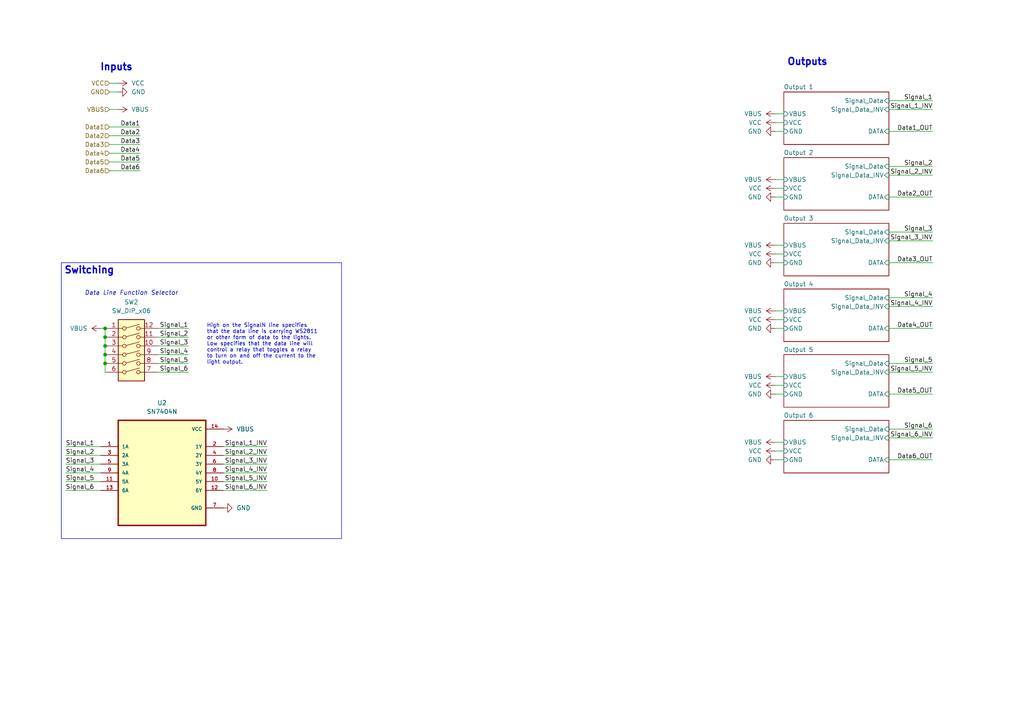
<source format=kicad_sch>
(kicad_sch (version 20231120) (generator "eeschema") (generator_version "8.0")
  (paper "A4")
  (lib_symbols
    (symbol "MySymbolsLibrary:SN7404N" (pin_names (offset 1.016))
      (property "Reference" "U" (at -12.7 16.24 0))
      (property "Value" "SN7404N" (at -12.7 -19.24 0))
      (symbol "SN7404N_0_0"
        (rectangle (start -12.7 15.24) (end 12.7 -15.24) (stroke (width 0.41)) (fill (type background)))
        (pin input line (at -17.78 7.62 0) (length 5.08) (name "1A") (number "1"))
        (pin output line (at 17.78 -2.54 180) (length 5.08) (name "5Y") (number "10"))
        (pin input line (at -17.78 -2.54 0) (length 5.08) (name "5A") (number "11"))
        (pin output line (at 17.78 -5.08 180) (length 5.08) (name "6Y") (number "12"))
        (pin input line (at -17.78 -5.08 0) (length 5.08) (name "6A") (number "13"))
        (pin power_in line (at 17.78 12.7 180) (length 5.08) (name "VCC") (number "14"))
        (pin output line (at 17.78 7.62 180) (length 5.08) (name "1Y") (number "2"))
        (pin input line (at -17.78 5.08 0) (length 5.08) (name "2A") (number "3"))
        (pin output line (at 17.78 5.08 180) (length 5.08) (name "2Y") (number "4"))
        (pin input line (at -17.78 2.54 0) (length 5.08) (name "3A") (number "5"))
        (pin output line (at 17.78 2.54 180) (length 5.08) (name "3Y") (number "6"))
        (pin power_in line (at 17.78 -10.16 180) (length 5.08) (name "GND") (number "7"))
        (pin output line (at 17.78 0 180) (length 5.08) (name "4Y") (number "8"))
        (pin input line (at -17.78 0 0) (length 5.08) (name "4A") (number "9"))
      )
    )
    (symbol "Switch:SW_DIP_x06" (pin_names (offset 0) hide)
      (property "Reference" "SW" (at 0 11.43 0))
      (property "Value" "SW_DIP_x06" (at 0 -8.89 0))
      (symbol "SW_DIP_x06_0_0"
        (circle (center -2.032 -5.08) (radius 0.508))
        (circle (center -2.032 -2.54) (radius 0.508))
        (circle (center -2.032 0) (radius 0.508))
        (circle (center -2.032 2.54) (radius 0.508))
        (circle (center -2.032 5.08) (radius 0.508))
        (circle (center -2.032 7.62) (radius 0.508))
        (polyline (pts (xy -1.524 -4.9276) (xy 2.3622 -3.8862)))
        (polyline (pts (xy -1.524 -2.3876) (xy 2.3622 -1.3462)))
        (polyline (pts (xy -1.524 0.127) (xy 2.3622 1.1684)))
        (polyline (pts (xy -1.524 2.667) (xy 2.3622 3.7084)))
        (polyline (pts (xy -1.524 5.207) (xy 2.3622 6.2484)))
        (polyline (pts (xy -1.524 7.747) (xy 2.3622 8.7884)))
        (circle (center 2.032 -5.08) (radius 0.508))
        (circle (center 2.032 -2.54) (radius 0.508))
        (circle (center 2.032 0) (radius 0.508))
        (circle (center 2.032 2.54) (radius 0.508))
        (circle (center 2.032 5.08) (radius 0.508))
        (circle (center 2.032 7.62) (radius 0.508))
      )
      (symbol "SW_DIP_x06_0_1"
        (rectangle (start -3.81 10.16) (end 3.81 -7.62) (stroke (width 0.254)) (fill (type background)))
      )
      (symbol "SW_DIP_x06_1_1"
        (pin passive line (at -7.62 7.62 0) (length 5.08) (name "~") (number "1"))
        (pin passive line (at 7.62 2.54 180) (length 5.08) (name "~") (number "10"))
        (pin passive line (at 7.62 5.08 180) (length 5.08) (name "~") (number "11"))
        (pin passive line (at 7.62 7.62 180) (length 5.08) (name "~") (number "12"))
        (pin passive line (at -7.62 5.08 0) (length 5.08) (name "~") (number "2"))
        (pin passive line (at -7.62 2.54 0) (length 5.08) (name "~") (number "3"))
        (pin passive line (at -7.62 0 0) (length 5.08) (name "~") (number "4"))
        (pin passive line (at -7.62 -2.54 0) (length 5.08) (name "~") (number "5"))
        (pin passive line (at -7.62 -5.08 0) (length 5.08) (name "~") (number "6"))
        (pin passive line (at 7.62 -5.08 180) (length 5.08) (name "~") (number "7"))
        (pin passive line (at 7.62 -2.54 180) (length 5.08) (name "~") (number "8"))
        (pin passive line (at 7.62 0 180) (length 5.08) (name "~") (number "9"))
      )
    )
    (symbol "power:GND" (power) (pin_numbers hide) (pin_names (offset 0) hide)
      (property "Value" "GND" (at 0 -3.81 0))
      (symbol "GND_0_1"
        (polyline (pts (xy 0 0) (xy 0 -1.27) (xy 1.27 -1.27) (xy 0 -2.54) (xy -1.27 -1.27) (xy 0 -1.27)))
      )
      (symbol "GND_1_1"
        (pin power_in line (at 0 0 270) (length 0) (name "~") (number "1"))
      )
    )
    (symbol "power:VBUS" (power) (pin_numbers hide) (pin_names (offset 0) hide)
      (property "Value" "VBUS" (at 0 3.556 0))
      (symbol "VBUS_0_1"
        (polyline (pts (xy -0.762 1.27) (xy 0 2.54)))
        (polyline (pts (xy 0 0) (xy 0 2.54)))
        (polyline (pts (xy 0 2.54) (xy 0.762 1.27)))
      )
      (symbol "VBUS_1_1"
        (pin power_in line (at 0 0 90) (length 0) (name "~") (number "1"))
      )
    )
    (symbol "power:VCC" (power) (pin_numbers hide) (pin_names (offset 0) hide)
      (property "Value" "VCC" (at 0 3.556 0))
      (symbol "VCC_0_1"
        (polyline (pts (xy -0.762 1.27) (xy 0 2.54)))
        (polyline (pts (xy 0 0) (xy 0 2.54)))
        (polyline (pts (xy 0 2.54) (xy 0.762 1.27)))
      )
      (symbol "VCC_1_1"
        (pin power_in line (at 0 0 90) (length 0) (name "~") (number "1"))
      )
    )
  )
  (junction (at 30.48 102.87))
  (junction (at 30.48 105.41))
  (junction (at 30.48 97.79))
  (junction (at 30.48 100.33))
  (junction (at 30.48 95.25))
  (wire (pts (xy 257.81 50.8) (xy 270.51 50.8)))
  (wire (pts (xy 257.81 48.26) (xy 270.51 48.26)))
  (wire (pts (xy 30.48 95.25) (xy 30.48 97.79)))
  (wire (pts (xy 224.79 95.25) (xy 227.33 95.25)))
  (wire (pts (xy 31.75 39.37) (xy 40.64 39.37)))
  (wire (pts (xy 257.81 105.41) (xy 270.51 105.41)))
  (wire (pts (xy 45.72 107.95) (xy 54.61 107.95)))
  (wire (pts (xy 257.81 107.95) (xy 270.51 107.95)))
  (wire (pts (xy 224.79 109.22) (xy 227.33 109.22)))
  (wire (pts (xy 224.79 114.3) (xy 227.33 114.3)))
  (wire (pts (xy 224.79 133.35) (xy 227.33 133.35)))
  (wire (pts (xy 224.79 33.02) (xy 227.33 33.02)))
  (wire (pts (xy 224.79 92.71) (xy 227.33 92.71)))
  (wire (pts (xy 64.77 129.54) (xy 77.47 129.54)))
  (wire (pts (xy 224.79 57.15) (xy 227.33 57.15)))
  (wire (pts (xy 19.05 142.24) (xy 29.21 142.24)))
  (wire (pts (xy 224.79 128.27) (xy 227.33 128.27)))
  (wire (pts (xy 31.75 36.83) (xy 40.64 36.83)))
  (wire (pts (xy 224.79 52.07) (xy 227.33 52.07)))
  (wire (pts (xy 31.75 41.91) (xy 40.64 41.91)))
  (wire (pts (xy 45.72 100.33) (xy 54.61 100.33)))
  (wire (pts (xy 257.81 133.35) (xy 270.51 133.35)))
  (wire (pts (xy 224.79 73.66) (xy 227.33 73.66)))
  (wire (pts (xy 31.75 44.45) (xy 40.64 44.45)))
  (wire (pts (xy 224.79 35.56) (xy 227.33 35.56)))
  (wire (pts (xy 31.75 49.53) (xy 40.64 49.53)))
  (wire (pts (xy 31.75 46.99) (xy 40.64 46.99)))
  (wire (pts (xy 19.05 129.54) (xy 29.21 129.54)))
  (wire (pts (xy 34.29 24.13) (xy 31.75 24.13)))
  (wire (pts (xy 257.81 114.3) (xy 270.51 114.3)))
  (wire (pts (xy 224.79 130.81) (xy 227.33 130.81)))
  (wire (pts (xy 19.05 137.16) (xy 29.21 137.16)))
  (wire (pts (xy 257.81 67.31) (xy 270.51 67.31)))
  (wire (pts (xy 257.81 95.25) (xy 270.51 95.25)))
  (wire (pts (xy 30.48 105.41) (xy 30.48 107.95)))
  (wire (pts (xy 34.29 31.75) (xy 31.75 31.75)))
  (wire (pts (xy 45.72 97.79) (xy 54.61 97.79)))
  (wire (pts (xy 29.21 95.25) (xy 30.48 95.25)))
  (wire (pts (xy 64.77 142.24) (xy 77.47 142.24)))
  (wire (pts (xy 257.81 29.21) (xy 270.51 29.21)))
  (wire (pts (xy 19.05 134.62) (xy 29.21 134.62)))
  (wire (pts (xy 34.29 26.67) (xy 31.75 26.67)))
  (wire (pts (xy 30.48 97.79) (xy 30.48 100.33)))
  (wire (pts (xy 257.81 127) (xy 270.51 127)))
  (wire (pts (xy 64.77 132.08) (xy 77.47 132.08)))
  (wire (pts (xy 257.81 31.75) (xy 270.51 31.75)))
  (wire (pts (xy 64.77 139.7) (xy 77.47 139.7)))
  (wire (pts (xy 224.79 111.76) (xy 227.33 111.76)))
  (wire (pts (xy 45.72 105.41) (xy 54.61 105.41)))
  (wire (pts (xy 64.77 137.16) (xy 77.47 137.16)))
  (wire (pts (xy 257.81 57.15) (xy 270.51 57.15)))
  (wire (pts (xy 257.81 38.1) (xy 270.51 38.1)))
  (wire (pts (xy 257.81 124.46) (xy 270.51 124.46)))
  (wire (pts (xy 19.05 139.7) (xy 29.21 139.7)))
  (wire (pts (xy 64.77 134.62) (xy 77.47 134.62)))
  (wire (pts (xy 257.81 86.36) (xy 270.51 86.36)))
  (wire (pts (xy 30.48 102.87) (xy 30.48 105.41)))
  (wire (pts (xy 257.81 69.85) (xy 270.51 69.85)))
  (wire (pts (xy 30.48 100.33) (xy 30.48 102.87)))
  (wire (pts (xy 224.79 90.17) (xy 227.33 90.17)))
  (wire (pts (xy 224.79 76.2) (xy 227.33 76.2)))
  (wire (pts (xy 257.81 88.9) (xy 270.51 88.9)))
  (wire (pts (xy 45.72 102.87) (xy 54.61 102.87)))
  (wire (pts (xy 224.79 71.12) (xy 227.33 71.12)))
  (wire (pts (xy 19.05 132.08) (xy 29.21 132.08)))
  (wire (pts (xy 224.79 38.1) (xy 227.33 38.1)))
  (wire (pts (xy 224.79 54.61) (xy 227.33 54.61)))
  (wire (pts (xy 257.81 76.2) (xy 270.51 76.2)))
  (wire (pts (xy 45.72 95.25) (xy 54.61 95.25)))
  (rectangle (start 17.78 76.2) (end 99.06 156.21))
  (text "Data Line Function Selector" (at 38.1 85.09 0) (effects (font (size 1.27 1.27) (italic yes))))
  (text "High on the SignalN line specifies\nthat the data line is carrying WS2811\nor other form of data to the lights.\nLow specifies that the data line will\ncontrol a relay that toggles a relay\nto turn on and off the current to the\nlight output." (at 59.944 99.822 0) (effects (font (size 1.1 1.1)) (justify left)))
  (text "Inputs" (at 33.782 19.558 0) (effects (font (size 2 2) (thickness 0.4) (bold yes))))
  (text "Outputs" (at 234.188 18.034 0) (effects (font (size 2 2) (thickness 0.4) (bold yes))))
  (text "Switching" (at 25.908 78.486 0) (effects (font (size 2 2) (thickness 0.4) (bold yes))))
  (label "Data1" (at 40.64 36.83 180))
  (label "Signal_5" (at 54.61 105.41 180))
  (label "Signal_6_INV" (at 270.51 127 180))
  (label "Signal_6" (at 54.61 107.95 180))
  (label "Signal_5" (at 270.51 105.41 180))
  (label "Signal_2_INV" (at 77.47 132.08 180))
  (label "Signal_4_INV" (at 77.47 137.16 180))
  (label "Signal_2" (at 19.05 132.08 0))
  (label "Signal_4" (at 19.05 137.16 0))
  (label "Data5" (at 40.64 46.99 180))
  (label "Signal_6" (at 270.51 124.46 180))
  (label "Data6_OUT" (at 270.51 133.35 180))
  (label "Signal_4" (at 270.51 86.36 180))
  (label "Signal_2" (at 54.61 97.79 180))
  (label "Signal_2_INV" (at 270.51 50.8 180))
  (label "Data3_OUT" (at 270.51 76.2 180))
  (label "Signal_5_INV" (at 270.51 107.95 180))
  (label "Signal_2" (at 270.51 48.26 180))
  (label "Data6" (at 40.64 49.53 180))
  (label "Signal_1" (at 270.51 29.21 180))
  (label "Signal_1" (at 19.05 129.54 0))
  (label "Signal_3_INV" (at 270.51 69.85 180))
  (label "Signal_3" (at 270.51 67.31 180))
  (label "Signal_6" (at 19.05 142.24 0))
  (label "Signal_4" (at 54.61 102.87 180))
  (label "Signal_1" (at 54.61 95.25 180))
  (label "Data1_OUT" (at 270.51 38.1 180))
  (label "Data3" (at 40.64 41.91 180))
  (label "Data4_OUT" (at 270.51 95.25 180))
  (label "Signal_4_INV" (at 270.51 88.9 180))
  (label "Signal_5" (at 19.05 139.7 0))
  (label "Signal_5_INV" (at 77.47 139.7 180))
  (label "Data2" (at 40.64 39.37 180))
  (label "Signal_3" (at 19.05 134.62 0))
  (label "Signal_3_INV" (at 77.47 134.62 180))
  (label "Data2_OUT" (at 270.51 57.15 180))
  (label "Signal_1_INV" (at 270.51 31.75 180))
  (label "Signal_3" (at 54.61 100.33 180))
  (label "Data4" (at 40.64 44.45 180))
  (label "Data5_OUT" (at 270.51 114.3 180))
  (label "Signal_1_INV" (at 77.47 129.54 180))
  (label "Signal_6_INV" (at 77.47 142.24 180))
  (hierarchical_label "Data4" (shape input) (at 31.75 44.45 180))
  (hierarchical_label "VCC" (shape input) (at 31.75 24.13 180))
  (hierarchical_label "Data5" (shape input) (at 31.75 46.99 180))
  (hierarchical_label "VBUS" (shape input) (at 31.75 31.75 180))
  (hierarchical_label "Data2" (shape input) (at 31.75 39.37 180))
  (hierarchical_label "Data1" (shape input) (at 31.75 36.83 180))
  (hierarchical_label "Data6" (shape input) (at 31.75 49.53 180))
  (hierarchical_label "Data3" (shape input) (at 31.75 41.91 180))
  (hierarchical_label "GND" (shape input) (at 31.75 26.67 180))
  (symbol (lib_id "power:VCC") (at 34.29 24.13 270) (unit 1)
    (property "Reference" "#PWR038" (effects (hide yes)))
    (property "Value" "VCC" (at 38.1 24.1299 90) (effects (justify left)))
    (property "Description" "Power symbol creates a global label with name \"VCC\"" (effects (hide yes)))
  )
  (symbol (lib_id "power:GND") (at 224.79 133.35 270) (unit 1)
    (property "Reference" "#PWR060" (effects (hide yes)))
    (property "Value" "GND" (at 220.98 133.3499 90) (effects (justify right)))
    (property "Description" "Power symbol creates a global label with name \"GND\" , ground" (effects (hide yes)))
  )
  (symbol (lib_id "power:GND") (at 224.79 57.15 270) (unit 1)
    (property "Reference" "#PWR048" (effects (hide yes)))
    (property "Value" "GND" (at 220.98 57.1499 90) (effects (justify right)))
    (property "Description" "Power symbol creates a global label with name \"GND\" , ground" (effects (hide yes)))
  )
  (symbol (lib_id "power:GND") (at 64.77 147.32 90) (unit 1)
    (property "Reference" "#PWR042" (effects (hide yes)))
    (property "Value" "GND" (at 68.58 147.3199 90) (effects (justify right)))
    (property "Description" "Power symbol creates a global label with name \"GND\" , ground" (effects (hide yes)))
  )
  (symbol (lib_id "power:VBUS") (at 34.29 31.75 270) (unit 1)
    (property "Reference" "#PWR040" (effects (hide yes)))
    (property "Value" "VBUS" (at 38.1 31.7499 90) (effects (justify left)))
    (property "Description" "Power symbol creates a global label with name \"VBUS\"" (effects (hide yes)))
  )
  (symbol (lib_id "power:GND") (at 224.79 76.2 270) (unit 1)
    (property "Reference" "#PWR051" (effects (hide yes)))
    (property "Value" "GND" (at 220.98 76.1999 90) (effects (justify right)))
    (property "Description" "Power symbol creates a global label with name \"GND\" , ground" (effects (hide yes)))
  )
  (symbol (lib_id "power:VBUS") (at 224.79 128.27 90) (unit 1)
    (property "Reference" "#PWR058" (effects (hide yes)))
    (property "Value" "VBUS" (at 220.98 128.2699 90) (effects (justify left)))
    (property "Description" "Power symbol creates a global label with name \"VBUS\"" (effects (hide yes)))
  )
  (symbol (lib_id "power:VBUS") (at 224.79 90.17 90) (unit 1)
    (property "Reference" "#PWR052" (effects (hide yes)))
    (property "Value" "VBUS" (at 220.98 90.1699 90) (effects (justify left)))
    (property "Description" "Power symbol creates a global label with name \"VBUS\"" (effects (hide yes)))
  )
  (symbol (lib_id "power:VCC") (at 224.79 73.66 90) (unit 1)
    (property "Reference" "#PWR050" (effects (hide yes)))
    (property "Value" "VCC" (at 220.98 73.6599 90) (effects (justify left)))
    (property "Description" "Power symbol creates a global label with name \"VCC\"" (effects (hide yes)))
  )
  (symbol (lib_id "power:VCC") (at 224.79 130.81 90) (unit 1)
    (property "Reference" "#PWR059" (effects (hide yes)))
    (property "Value" "VCC" (at 220.98 130.8099 90) (effects (justify left)))
    (property "Description" "Power symbol creates a global label with name \"VCC\"" (effects (hide yes)))
  )
  (symbol (lib_id "power:GND") (at 224.79 95.25 270) (unit 1)
    (property "Reference" "#PWR054" (effects (hide yes)))
    (property "Value" "GND" (at 220.98 95.2499 90) (effects (justify right)))
    (property "Description" "Power symbol creates a global label with name \"GND\" , ground" (effects (hide yes)))
  )
  (symbol (lib_id "Switch:SW_DIP_x06") (at 38.1 102.87 0) (unit 1)
    (property "Reference" "SW2" (at 38.1 87.63 0))
    (property "Value" "SW_DIP_x06" (at 38.1 90.17 0))
    (property "Footprint" "Button_Switch_SMD:SW_DIP_SPSTx06_Slide_Copal_CHS-06B_W7.62mm_P1.27mm" (effects (hide yes)))
    (property "Description" "6x DIP Switch, Single Pole Single Throw (SPST) switch, small symbol" (effects (hide yes)))
  )
  (symbol (lib_id "power:VBUS") (at 29.21 95.25 90) (unit 1)
    (property "Reference" "#PWR037" (effects (hide yes)))
    (property "Value" "VBUS" (at 25.4 95.2499 90) (effects (justify left)))
    (property "Description" "Power symbol creates a global label with name \"VBUS\"" (effects (hide yes)))
  )
  (symbol (lib_id "power:GND") (at 224.79 114.3 270) (unit 1)
    (property "Reference" "#PWR057" (effects (hide yes)))
    (property "Value" "GND" (at 220.98 114.2999 90) (effects (justify right)))
    (property "Description" "Power symbol creates a global label with name \"GND\" , ground" (effects (hide yes)))
  )
  (symbol (lib_id "power:VCC") (at 224.79 54.61 90) (unit 1)
    (property "Reference" "#PWR047" (effects (hide yes)))
    (property "Value" "VCC" (at 220.98 54.6099 90) (effects (justify left)))
    (property "Description" "Power symbol creates a global label with name \"VCC\"" (effects (hide yes)))
  )
  (symbol (lib_id "power:VBUS") (at 64.77 124.46 270) (unit 1)
    (property "Reference" "#PWR041" (effects (hide yes)))
    (property "Value" "VBUS" (at 68.58 124.4599 90) (effects (justify left)))
    (property "Description" "Power symbol creates a global label with name \"VBUS\"" (effects (hide yes)))
  )
  (symbol (lib_id "power:GND") (at 34.29 26.67 90) (unit 1)
    (property "Reference" "#PWR039" (effects (hide yes)))
    (property "Value" "GND" (at 38.1 26.6699 90) (effects (justify right)))
    (property "Description" "Power symbol creates a global label with name \"GND\" , ground" (effects (hide yes)))
  )
  (symbol (lib_id "power:VBUS") (at 224.79 52.07 90) (unit 1)
    (property "Reference" "#PWR046" (effects (hide yes)))
    (property "Value" "VBUS" (at 220.98 52.0699 90) (effects (justify left)))
    (property "Description" "Power symbol creates a global label with name \"VBUS\"" (effects (hide yes)))
  )
  (symbol (lib_id "power:GND") (at 224.79 38.1 270) (unit 1)
    (property "Reference" "#PWR045" (effects (hide yes)))
    (property "Value" "GND" (at 220.98 38.0999 90) (effects (justify right)))
    (property "Description" "Power symbol creates a global label with name \"GND\" , ground" (effects (hide yes)))
  )
  (symbol (lib_id "power:VCC") (at 224.79 92.71 90) (unit 1)
    (property "Reference" "#PWR053" (effects (hide yes)))
    (property "Value" "VCC" (at 220.98 92.7099 90) (effects (justify left)))
    (property "Description" "Power symbol creates a global label with name \"VCC\"" (effects (hide yes)))
  )
  (symbol (lib_id "power:VBUS") (at 224.79 33.02 90) (unit 1)
    (property "Reference" "#PWR043" (effects (hide yes)))
    (property "Value" "VBUS" (at 220.98 33.0199 90) (effects (justify left)))
    (property "Description" "Power symbol creates a global label with name \"VBUS\"" (effects (hide yes)))
  )
  (symbol (lib_id "power:VBUS") (at 224.79 109.22 90) (unit 1)
    (property "Reference" "#PWR055" (effects (hide yes)))
    (property "Value" "VBUS" (at 220.98 109.2199 90) (effects (justify left)))
    (property "Description" "Power symbol creates a global label with name \"VBUS\"" (effects (hide yes)))
  )
  (symbol (lib_id "power:VCC") (at 224.79 111.76 90) (unit 1)
    (property "Reference" "#PWR056" (effects (hide yes)))
    (property "Value" "VCC" (at 220.98 111.7599 90) (effects (justify left)))
    (property "Description" "Power symbol creates a global label with name \"VCC\"" (effects (hide yes)))
  )
  (symbol (lib_id "power:VCC") (at 224.79 35.56 90) (unit 1)
    (property "Reference" "#PWR044" (effects (hide yes)))
    (property "Value" "VCC" (at 220.98 35.5599 90) (effects (justify left)))
    (property "Description" "Power symbol creates a global label with name \"VCC\"" (effects (hide yes)))
  )
  (symbol (lib_id "power:VBUS") (at 224.79 71.12 90) (unit 1)
    (property "Reference" "#PWR049" (effects (hide yes)))
    (property "Value" "VBUS" (at 220.98 71.1199 90) (effects (justify left)))
    (property "Description" "Power symbol creates a global label with name \"VBUS\"" (effects (hide yes)))
  )
  (symbol (lib_id "MySymbolsLibrary:SN7404N") (at 46.99 137.16 0) (unit 1)
    (property "Reference" "U2" (at 46.99 116.84 0))
    (property "Value" "SN7404N" (at 46.99 119.38 0))
    (property "Footprint" "MyFootprintsLibrary:SN7404N" (effects (hide yes)))
  )
  (sheet (at 227.33 26.67) (size 30.48 15.24) (stroke (width 0.1524))
    (property "Sheetname" "Output 1" (at 227.33 25.9584 0) (effects (justify left bottom)))
    (property "Sheetfile" "light-output.kicad_sch" (effects (hide yes)))
    (pin "GND" input (at 227.33 38.1 180))
    (pin "DATA" input (at 257.81 38.1 0))
    (pin "VCC" input (at 227.33 35.56 180))
    (pin "Signal_Data" input (at 257.81 29.21 0))
    (pin "Signal_Data_INV" input (at 257.81 31.75 0))
    (pin "VBUS" input (at 227.33 33.02 180))
  )
  (sheet (at 227.33 102.87) (size 30.48 15.24) (stroke (width 0.1524))
    (property "Sheetname" "Output 5" (at 227.33 102.1584 0) (effects (justify left bottom)))
    (property "Sheetfile" "light-output.kicad_sch" (effects (hide yes)))
    (pin "GND" input (at 227.33 114.3 180))
    (pin "DATA" input (at 257.81 114.3 0))
    (pin "VCC" input (at 227.33 111.76 180))
    (pin "Signal_Data" input (at 257.81 105.41 0))
    (pin "Signal_Data_INV" input (at 257.81 107.95 0))
    (pin "VBUS" input (at 227.33 109.22 180))
  )
  (sheet (at 227.33 45.72) (size 30.48 15.24) (stroke (width 0.1524))
    (property "Sheetname" "Output 2" (at 227.33 45.0084 0) (effects (justify left bottom)))
    (property "Sheetfile" "light-output.kicad_sch" (effects (hide yes)))
    (pin "GND" input (at 227.33 57.15 180))
    (pin "DATA" input (at 257.81 57.15 0))
    (pin "VCC" input (at 227.33 54.61 180))
    (pin "Signal_Data" input (at 257.81 48.26 0))
    (pin "Signal_Data_INV" input (at 257.81 50.8 0))
    (pin "VBUS" input (at 227.33 52.07 180))
  )
  (sheet (at 227.33 83.82) (size 30.48 15.24) (stroke (width 0.1524))
    (property "Sheetname" "Output 4" (at 227.33 83.1084 0) (effects (justify left bottom)))
    (property "Sheetfile" "light-output.kicad_sch" (effects (hide yes)))
    (pin "GND" input (at 227.33 95.25 180))
    (pin "DATA" input (at 257.81 95.25 0))
    (pin "VCC" input (at 227.33 92.71 180))
    (pin "Signal_Data" input (at 257.81 86.36 0))
    (pin "Signal_Data_INV" input (at 257.81 88.9 0))
    (pin "VBUS" input (at 227.33 90.17 180))
  )
  (sheet (at 227.33 121.92) (size 30.48 15.24) (stroke (width 0.1524))
    (property "Sheetname" "Output 6" (at 227.33 121.2084 0) (effects (justify left bottom)))
    (property "Sheetfile" "light-output.kicad_sch" (effects (hide yes)))
    (pin "GND" input (at 227.33 133.35 180))
    (pin "DATA" input (at 257.81 133.35 0))
    (pin "VCC" input (at 227.33 130.81 180))
    (pin "Signal_Data" input (at 257.81 124.46 0))
    (pin "Signal_Data_INV" input (at 257.81 127 0))
    (pin "VBUS" input (at 227.33 128.27 180))
  )
  (sheet (at 227.33 64.77) (size 30.48 15.24) (stroke (width 0.1524))
    (property "Sheetname" "Output 3" (at 227.33 64.0584 0) (effects (justify left bottom)))
    (property "Sheetfile" "light-output.kicad_sch" (effects (hide yes)))
    (pin "GND" input (at 227.33 76.2 180))
    (pin "DATA" input (at 257.81 76.2 0))
    (pin "VCC" input (at 227.33 73.66 180))
    (pin "Signal_Data" input (at 257.81 67.31 0))
    (pin "Signal_Data_INV" input (at 257.81 69.85 0))
    (pin "VBUS" input (at 227.33 71.12 180))
  )
)
</source>
